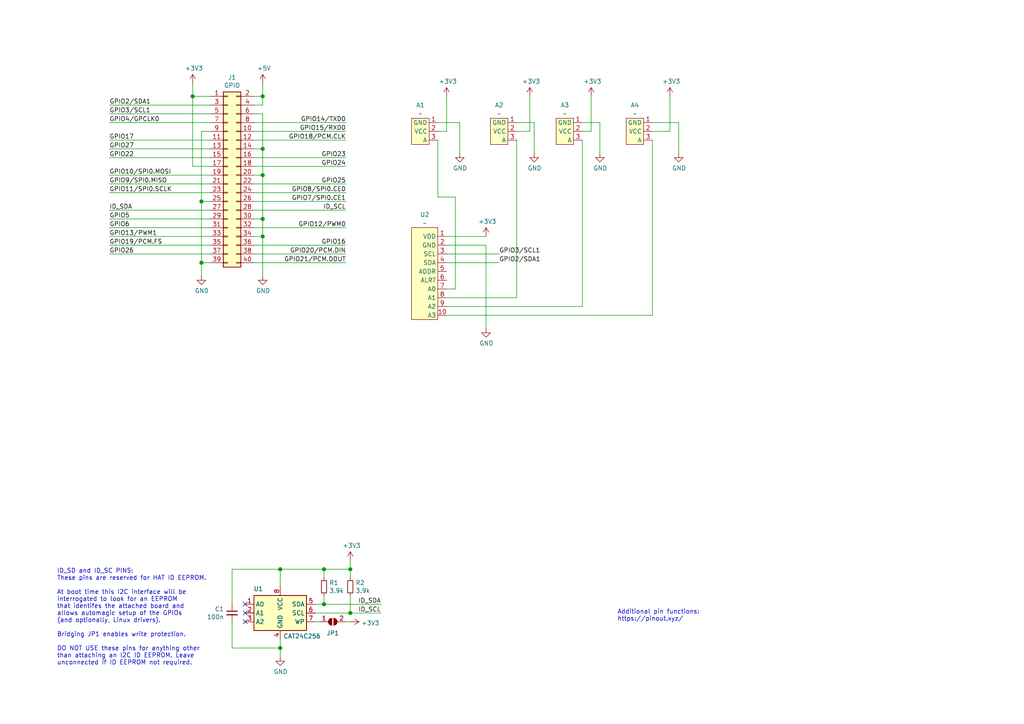
<source format=kicad_sch>
(kicad_sch (version 20231120) (generator "eeschema") (generator_version "8.0")
  (paper "A4")
  (title_block (date "15 nov 2012"))
  (lib_symbols
    (symbol "+3.3V_4" (power) (pin_names (offset 0))
      (property "Value" "+3.3V" (at 0 3.556 0))
      (symbol "+3.3V_4_0_1"
        (polyline (pts (xy -0.762 1.27) (xy 0 2.54)))
        (polyline (pts (xy 0 0) (xy 0 2.54)))
        (polyline (pts (xy 0 2.54) (xy 0.762 1.27)))
      )
      (symbol "+3.3V_4_1_1"
        (pin power_in line (at 0 0 90) (length 0) hide (name "+3V3") (number "1"))
      )
    )
    (symbol "+3.3V_5" (power) (pin_names (offset 0))
      (property "Value" "+3.3V" (at 0 3.556 0))
      (symbol "+3.3V_5_0_1"
        (polyline (pts (xy -0.762 1.27) (xy 0 2.54)))
        (polyline (pts (xy 0 0) (xy 0 2.54)))
        (polyline (pts (xy 0 2.54) (xy 0.762 1.27)))
      )
      (symbol "+3.3V_5_1_1"
        (pin power_in line (at 0 0 90) (length 0) hide (name "+3V3") (number "1"))
      )
    )
    (symbol "+3.3V_6" (power) (pin_names (offset 0))
      (property "Value" "+3.3V" (at 0 3.556 0))
      (symbol "+3.3V_6_0_1"
        (polyline (pts (xy -0.762 1.27) (xy 0 2.54)))
        (polyline (pts (xy 0 0) (xy 0 2.54)))
        (polyline (pts (xy 0 2.54) (xy 0.762 1.27)))
      )
      (symbol "+3.3V_6_1_1"
        (pin power_in line (at 0 0 90) (length 0) hide (name "+3V3") (number "1"))
      )
    )
    (symbol "Connector_Generic:Conn_02x20_Odd_Even" (pin_names (offset 1.016) hide)
      (property "Reference" "J" (at 1.27 25.4 0))
      (property "Value" "Conn_02x20_Odd_Even" (at 1.27 -27.94 0))
      (symbol "Conn_02x20_Odd_Even_1_1"
        (rectangle (start -1.27 -25.273) (end 0 -25.527) (stroke (width 0.1524)))
        (rectangle (start -1.27 -22.733) (end 0 -22.987) (stroke (width 0.1524)))
        (rectangle (start -1.27 -20.193) (end 0 -20.447) (stroke (width 0.1524)))
        (rectangle (start -1.27 -17.653) (end 0 -17.907) (stroke (width 0.1524)))
        (rectangle (start -1.27 -15.113) (end 0 -15.367) (stroke (width 0.1524)))
        (rectangle (start -1.27 -12.573) (end 0 -12.827) (stroke (width 0.1524)))
        (rectangle (start -1.27 -10.033) (end 0 -10.287) (stroke (width 0.1524)))
        (rectangle (start -1.27 -7.493) (end 0 -7.747) (stroke (width 0.1524)))
        (rectangle (start -1.27 -4.953) (end 0 -5.207) (stroke (width 0.1524)))
        (rectangle (start -1.27 -2.413) (end 0 -2.667) (stroke (width 0.1524)))
        (rectangle (start -1.27 0.127) (end 0 -0.127) (stroke (width 0.1524)))
        (rectangle (start -1.27 2.667) (end 0 2.413) (stroke (width 0.1524)))
        (rectangle (start -1.27 5.207) (end 0 4.953) (stroke (width 0.1524)))
        (rectangle (start -1.27 7.747) (end 0 7.493) (stroke (width 0.1524)))
        (rectangle (start -1.27 10.287) (end 0 10.033) (stroke (width 0.1524)))
        (rectangle (start -1.27 12.827) (end 0 12.573) (stroke (width 0.1524)))
        (rectangle (start -1.27 15.367) (end 0 15.113) (stroke (width 0.1524)))
        (rectangle (start -1.27 17.907) (end 0 17.653) (stroke (width 0.1524)))
        (rectangle (start -1.27 20.447) (end 0 20.193) (stroke (width 0.1524)))
        (rectangle (start -1.27 22.987) (end 0 22.733) (stroke (width 0.1524)))
        (rectangle (start -1.27 24.13) (end 3.81 -26.67) (stroke (width 0.254)) (fill (type background)))
        (rectangle (start 3.81 -25.273) (end 2.54 -25.527) (stroke (width 0.1524)))
        (rectangle (start 3.81 -22.733) (end 2.54 -22.987) (stroke (width 0.1524)))
        (rectangle (start 3.81 -20.193) (end 2.54 -20.447) (stroke (width 0.1524)))
        (rectangle (start 3.81 -17.653) (end 2.54 -17.907) (stroke (width 0.1524)))
        (rectangle (start 3.81 -15.113) (end 2.54 -15.367) (stroke (width 0.1524)))
        (rectangle (start 3.81 -12.573) (end 2.54 -12.827) (stroke (width 0.1524)))
        (rectangle (start 3.81 -10.033) (end 2.54 -10.287) (stroke (width 0.1524)))
        (rectangle (start 3.81 -7.493) (end 2.54 -7.747) (stroke (width 0.1524)))
        (rectangle (start 3.81 -4.953) (end 2.54 -5.207) (stroke (width 0.1524)))
        (rectangle (start 3.81 -2.413) (end 2.54 -2.667) (stroke (width 0.1524)))
        (rectangle (start 3.81 0.127) (end 2.54 -0.127) (stroke (width 0.1524)))
        (rectangle (start 3.81 2.667) (end 2.54 2.413) (stroke (width 0.1524)))
        (rectangle (start 3.81 5.207) (end 2.54 4.953) (stroke (width 0.1524)))
        (rectangle (start 3.81 7.747) (end 2.54 7.493) (stroke (width 0.1524)))
        (rectangle (start 3.81 10.287) (end 2.54 10.033) (stroke (width 0.1524)))
        (rectangle (start 3.81 12.827) (end 2.54 12.573) (stroke (width 0.1524)))
        (rectangle (start 3.81 15.367) (end 2.54 15.113) (stroke (width 0.1524)))
        (rectangle (start 3.81 17.907) (end 2.54 17.653) (stroke (width 0.1524)))
        (rectangle (start 3.81 20.447) (end 2.54 20.193) (stroke (width 0.1524)))
        (rectangle (start 3.81 22.987) (end 2.54 22.733) (stroke (width 0.1524)))
        (pin passive line (at -5.08 22.86 0) (length 3.81) (name "Pin_1") (number "1"))
        (pin passive line (at 7.62 12.7 180) (length 3.81) (name "Pin_10") (number "10"))
        (pin passive line (at -5.08 10.16 0) (length 3.81) (name "Pin_11") (number "11"))
        (pin passive line (at 7.62 10.16 180) (length 3.81) (name "Pin_12") (number "12"))
        (pin passive line (at -5.08 7.62 0) (length 3.81) (name "Pin_13") (number "13"))
        (pin passive line (at 7.62 7.62 180) (length 3.81) (name "Pin_14") (number "14"))
        (pin passive line (at -5.08 5.08 0) (length 3.81) (name "Pin_15") (number "15"))
        (pin passive line (at 7.62 5.08 180) (length 3.81) (name "Pin_16") (number "16"))
        (pin passive line (at -5.08 2.54 0) (length 3.81) (name "Pin_17") (number "17"))
        (pin passive line (at 7.62 2.54 180) (length 3.81) (name "Pin_18") (number "18"))
        (pin passive line (at -5.08 0 0) (length 3.81) (name "Pin_19") (number "19"))
        (pin passive line (at 7.62 22.86 180) (length 3.81) (name "Pin_2") (number "2"))
        (pin passive line (at 7.62 0 180) (length 3.81) (name "Pin_20") (number "20"))
        (pin passive line (at -5.08 -2.54 0) (length 3.81) (name "Pin_21") (number "21"))
        (pin passive line (at 7.62 -2.54 180) (length 3.81) (name "Pin_22") (number "22"))
        (pin passive line (at -5.08 -5.08 0) (length 3.81) (name "Pin_23") (number "23"))
        (pin passive line (at 7.62 -5.08 180) (length 3.81) (name "Pin_24") (number "24"))
        (pin passive line (at -5.08 -7.62 0) (length 3.81) (name "Pin_25") (number "25"))
        (pin passive line (at 7.62 -7.62 180) (length 3.81) (name "Pin_26") (number "26"))
        (pin passive line (at -5.08 -10.16 0) (length 3.81) (name "Pin_27") (number "27"))
        (pin passive line (at 7.62 -10.16 180) (length 3.81) (name "Pin_28") (number "28"))
        (pin passive line (at -5.08 -12.7 0) (length 3.81) (name "Pin_29") (number "29"))
        (pin passive line (at -5.08 20.32 0) (length 3.81) (name "Pin_3") (number "3"))
        (pin passive line (at 7.62 -12.7 180) (length 3.81) (name "Pin_30") (number "30"))
        (pin passive line (at -5.08 -15.24 0) (length 3.81) (name "Pin_31") (number "31"))
        (pin passive line (at 7.62 -15.24 180) (length 3.81) (name "Pin_32") (number "32"))
        (pin passive line (at -5.08 -17.78 0) (length 3.81) (name "Pin_33") (number "33"))
        (pin passive line (at 7.62 -17.78 180) (length 3.81) (name "Pin_34") (number "34"))
        (pin passive line (at -5.08 -20.32 0) (length 3.81) (name "Pin_35") (number "35"))
        (pin passive line (at 7.62 -20.32 180) (length 3.81) (name "Pin_36") (number "36"))
        (pin passive line (at -5.08 -22.86 0) (length 3.81) (name "Pin_37") (number "37"))
        (pin passive line (at 7.62 -22.86 180) (length 3.81) (name "Pin_38") (number "38"))
        (pin passive line (at -5.08 -25.4 0) (length 3.81) (name "Pin_39") (number "39"))
        (pin passive line (at 7.62 20.32 180) (length 3.81) (name "Pin_4") (number "4"))
        (pin passive line (at 7.62 -25.4 180) (length 3.81) (name "Pin_40") (number "40"))
        (pin passive line (at -5.08 17.78 0) (length 3.81) (name "Pin_5") (number "5"))
        (pin passive line (at 7.62 17.78 180) (length 3.81) (name "Pin_6") (number "6"))
        (pin passive line (at -5.08 15.24 0) (length 3.81) (name "Pin_7") (number "7"))
        (pin passive line (at 7.62 15.24 180) (length 3.81) (name "Pin_8") (number "8"))
        (pin passive line (at -5.08 12.7 0) (length 3.81) (name "Pin_9") (number "9"))
      )
    )
    (symbol "Device:C_Small" (pin_numbers hide) (pin_names (offset 0.254) hide)
      (property "Reference" "C" (at 0.254 1.778 0))
      (property "Value" "C_Small" (at 0.254 -2.032 0))
      (symbol "C_Small_0_1"
        (polyline (pts (xy -1.524 -0.508) (xy 1.524 -0.508)) (stroke (width 0.3302)))
        (polyline (pts (xy -1.524 0.508) (xy 1.524 0.508)) (stroke (width 0.3048)))
      )
      (symbol "C_Small_1_1"
        (pin passive line (at 0 2.54 270) (length 2.032) (name "~") (number "1"))
        (pin passive line (at 0 -2.54 90) (length 2.032) (name "~") (number "2"))
      )
    )
    (symbol "Device:R_Small" (pin_numbers hide) (pin_names (offset 0.254) hide)
      (property "Reference" "R" (at 0.762 0.508 0))
      (property "Value" "R_Small" (at 0.762 -1.016 0))
      (symbol "R_Small_0_1"
        (rectangle (start -0.762 1.778) (end 0.762 -1.778) (stroke (width 0.2032)))
      )
      (symbol "R_Small_1_1"
        (pin passive line (at 0 2.54 270) (length 0.762) (name "~") (number "1"))
        (pin passive line (at 0 -2.54 90) (length 0.762) (name "~") (number "2"))
      )
    )
    (symbol "GND_2" (power) (pin_names (offset 0))
      (property "Value" "GND" (at 0 -3.81 0))
      (symbol "GND_2_0_1"
        (polyline (pts (xy 0 0) (xy 0 -1.27) (xy 1.27 -1.27) (xy 0 -2.54) (xy -1.27 -1.27) (xy 0 -1.27)))
      )
      (symbol "GND_2_1_1"
        (pin power_in line (at 0 0 270) (length 0) hide (name "GND") (number "1"))
      )
    )
    (symbol "GND_3" (power) (pin_names (offset 0))
      (property "Value" "GND" (at 0 -3.81 0))
      (symbol "GND_3_0_1"
        (polyline (pts (xy 0 0) (xy 0 -1.27) (xy 1.27 -1.27) (xy 0 -2.54) (xy -1.27 -1.27) (xy 0 -1.27)))
      )
      (symbol "GND_3_1_1"
        (pin power_in line (at 0 0 270) (length 0) hide (name "GND") (number "1"))
      )
    )
    (symbol "GND_4" (power) (pin_names (offset 0))
      (property "Value" "GND" (at 0 -3.81 0))
      (symbol "GND_4_0_1"
        (polyline (pts (xy 0 0) (xy 0 -1.27) (xy 1.27 -1.27) (xy 0 -2.54) (xy -1.27 -1.27) (xy 0 -1.27)))
      )
      (symbol "GND_4_1_1"
        (pin power_in line (at 0 0 270) (length 0) hide (name "GND") (number "1"))
      )
    )
    (symbol "GND_7" (power) (pin_names (offset 0))
      (property "Value" "GND" (at 0 -3.81 0))
      (symbol "GND_7_0_1"
        (polyline (pts (xy 0 0) (xy 0 -1.27) (xy 1.27 -1.27) (xy 0 -2.54) (xy -1.27 -1.27) (xy 0 -1.27)))
      )
      (symbol "GND_7_1_1"
        (pin power_in line (at 0 0 270) (length 0) hide (name "GND") (number "1"))
      )
    )
    (symbol "Jumper:SolderJumper_2_Open" (pin_names (offset 0) hide)
      (property "Reference" "JP" (at 0 2.032 0))
      (property "Value" "SolderJumper_2_Open" (at 0 -2.54 0))
      (symbol "SolderJumper_2_Open_0_1"
        (arc (start -0.254 1.016) (mid -1.2656 0) (end -0.254 -1.016))
        (arc (start -0.254 1.016) (mid -1.2656 0) (end -0.254 -1.016) (fill (type outline)))
        (polyline (pts (xy -0.254 1.016) (xy -0.254 -1.016)))
        (polyline (pts (xy 0.254 1.016) (xy 0.254 -1.016)))
        (arc (start 0.254 -1.016) (mid 1.2656 0) (end 0.254 1.016))
        (arc (start 0.254 -1.016) (mid 1.2656 0) (end 0.254 1.016) (fill (type outline)))
      )
      (symbol "SolderJumper_2_Open_1_1"
        (pin passive line (at -3.81 0 0) (length 2.54) (name "A") (number "1"))
        (pin passive line (at 3.81 0 180) (length 2.54) (name "B") (number "2"))
      )
    )
    (symbol "Memory_EEPROM:CAT24C256"
      (property "Reference" "U" (at -6.35 6.35 0))
      (property "Value" "CAT24C256" (at 1.27 6.35 0))
      (symbol "CAT24C256_1_1"
        (rectangle (start -7.62 5.08) (end 7.62 -5.08) (stroke (width 0.254)) (fill (type background)))
        (pin input line (at -10.16 2.54 0) (length 2.54) (name "A0") (number "1"))
        (pin input line (at -10.16 0 0) (length 2.54) (name "A1") (number "2"))
        (pin input line (at -10.16 -2.54 0) (length 2.54) (name "A2") (number "3"))
        (pin power_in line (at 0 -7.62 90) (length 2.54) (name "GND") (number "4"))
        (pin bidirectional line (at 10.16 2.54 180) (length 2.54) (name "SDA") (number "5"))
        (pin input line (at 10.16 0 180) (length 2.54) (name "SCL") (number "6"))
        (pin input line (at 10.16 -2.54 180) (length 2.54) (name "WP") (number "7"))
        (pin power_in line (at 0 7.62 270) (length 2.54) (name "VCC") (number "8"))
      )
    )
    (symbol "New_Library:ADS1115"
      (property "Reference" "U?" (at 3.81 28.194 0))
      (symbol "ADS1115_0_1"
        (rectangle (start 0 26.67) (end 7.62 0) (fill (type background)))
      )
      (symbol "ADS1115_1_1"
        (pin power_in line (at 10.16 24.13 180) (length 2.54) (name "VDD") (number "1"))
        (pin input line (at 10.16 1.27 180) (length 2.54) (name "A3") (number "10"))
        (pin power_in line (at 10.16 21.59 180) (length 2.54) (name "GND") (number "2"))
        (pin bidirectional line (at 10.16 19.05 180) (length 2.54) (name "SCL") (number "3"))
        (pin bidirectional line (at 10.16 16.51 180) (length 2.54) (name "SDA") (number "4"))
        (pin input line (at 10.16 13.97 180) (length 2.54) (name "ADDR") (number "5"))
        (pin open_collector line (at 10.16 11.43 180) (length 2.54) (name "ALRT") (number "6"))
        (pin input line (at 10.16 8.89 180) (length 2.54) (name "A0") (number "7"))
        (pin input line (at 10.16 6.35 180) (length 2.54) (name "A1") (number "8"))
        (pin input line (at 10.16 3.81 180) (length 2.54) (name "A2") (number "9"))
      )
    )
    (symbol "New_Library:Analog_Pins"
      (property "Reference" "A?" (at 2.54 8.636 0))
      (symbol "Analog_Pins_1_1"
        (rectangle (start 0 7.62) (end 5.08 0) (fill (type background)))
        (pin power_in line (at 7.62 6.35 180) (length 2.54) (name "GND") (number "1"))
        (pin power_in line (at 7.62 3.81 180) (length 2.54) (name "VCC") (number "2"))
        (pin output line (at 7.62 1.27 180) (length 2.54) (name "A") (number "3"))
      )
    )
    (symbol "power:+5V" (power) (pin_names (offset 0))
      (property "Value" "+5V" (at 0 3.556 0))
      (symbol "+5V_0_1"
        (polyline (pts (xy -0.762 1.27) (xy 0 2.54)))
        (polyline (pts (xy 0 0) (xy 0 2.54)))
        (polyline (pts (xy 0 2.54) (xy 0.762 1.27)))
      )
      (symbol "+5V_1_1"
        (pin power_in line (at 0 0 90) (length 0) hide (name "+5V") (number "1"))
      )
    )
  )
  (junction (at 93.98 175.26) (diameter 1.016))
  (junction (at 76.2 27.94) (diameter 1.016))
  (junction (at 81.28 187.96) (diameter 1.016))
  (junction (at 76.2 43.18) (diameter 1.016))
  (junction (at 81.28 165.1) (diameter 1.016))
  (junction (at 101.6 165.1) (diameter 1.016))
  (junction (at 58.42 76.2) (diameter 1.016))
  (junction (at 58.42 58.42) (diameter 1.016))
  (junction (at 76.2 68.58) (diameter 1.016))
  (junction (at 76.2 63.5) (diameter 1.016))
  (junction (at 76.2 50.8) (diameter 1.016))
  (junction (at 101.6 177.8) (diameter 1.016))
  (junction (at 55.88 27.94) (diameter 1.016))
  (junction (at 93.98 165.1) (diameter 1.016))
  (no_connect (at 71.12 175.26))
  (no_connect (at 71.12 177.8))
  (no_connect (at 71.12 180.34))
  (wire (pts (xy 58.42 58.42) (xy 58.42 76.2)))
  (wire (pts (xy 73.66 58.42) (xy 100.33 58.42)))
  (wire (pts (xy 60.96 40.64) (xy 31.75 40.64)))
  (wire (pts (xy 81.28 165.1) (xy 93.98 165.1)))
  (wire (pts (xy 101.6 165.1) (xy 93.98 165.1)))
  (wire (pts (xy 101.6 167.64) (xy 101.6 165.1)))
  (wire (pts (xy 189.23 38.1) (xy 194.31 38.1)))
  (wire (pts (xy 129.54 88.9) (xy 168.91 88.9)))
  (wire (pts (xy 76.2 33.02) (xy 76.2 43.18)))
  (wire (pts (xy 76.2 50.8) (xy 73.66 50.8)))
  (wire (pts (xy 149.86 35.56) (xy 154.94 35.56)))
  (wire (pts (xy 76.2 63.5) (xy 76.2 68.58)))
  (wire (pts (xy 154.94 35.56) (xy 154.94 44.45)))
  (wire (pts (xy 168.91 35.56) (xy 173.99 35.56)))
  (wire (pts (xy 76.2 50.8) (xy 76.2 63.5)))
  (wire (pts (xy 73.66 35.56) (xy 100.33 35.56)))
  (wire (pts (xy 58.42 38.1) (xy 58.42 58.42)))
  (wire (pts (xy 91.44 175.26) (xy 93.98 175.26)))
  (wire (pts (xy 93.98 175.26) (xy 110.49 175.26)))
  (wire (pts (xy 58.42 38.1) (xy 60.96 38.1)))
  (wire (pts (xy 91.44 180.34) (xy 92.71 180.34)))
  (wire (pts (xy 100.33 180.34) (xy 101.6 180.34)))
  (wire (pts (xy 196.85 35.56) (xy 196.85 44.45)))
  (wire (pts (xy 73.66 55.88) (xy 100.33 55.88)))
  (wire (pts (xy 60.96 60.96) (xy 31.75 60.96)))
  (wire (pts (xy 132.08 57.15) (xy 132.08 83.82)))
  (wire (pts (xy 31.75 63.5) (xy 60.96 63.5)))
  (wire (pts (xy 58.42 58.42) (xy 60.96 58.42)))
  (wire (pts (xy 101.6 162.56) (xy 101.6 165.1)))
  (wire (pts (xy 73.66 45.72) (xy 100.33 45.72)))
  (wire (pts (xy 81.28 165.1) (xy 81.28 170.18)))
  (wire (pts (xy 140.97 71.12) (xy 140.97 95.25)))
  (wire (pts (xy 73.66 76.2) (xy 100.33 76.2)))
  (wire (pts (xy 58.42 76.2) (xy 58.42 80.01)))
  (wire (pts (xy 31.75 43.18) (xy 60.96 43.18)))
  (wire (pts (xy 101.6 172.72) (xy 101.6 177.8)))
  (wire (pts (xy 55.88 24.13) (xy 55.88 27.94)))
  (wire (pts (xy 129.54 73.66) (xy 144.78 73.66)))
  (wire (pts (xy 76.2 68.58) (xy 73.66 68.58)))
  (wire (pts (xy 31.75 33.02) (xy 60.96 33.02)))
  (wire (pts (xy 31.75 55.88) (xy 60.96 55.88)))
  (wire (pts (xy 55.88 48.26) (xy 60.96 48.26)))
  (wire (pts (xy 127 35.56) (xy 133.35 35.56)))
  (wire (pts (xy 189.23 40.64) (xy 189.23 91.44)))
  (wire (pts (xy 60.96 30.48) (xy 31.75 30.48)))
  (wire (pts (xy 76.2 27.94) (xy 76.2 30.48)))
  (wire (pts (xy 76.2 43.18) (xy 76.2 50.8)))
  (wire (pts (xy 73.66 40.64) (xy 100.33 40.64)))
  (wire (pts (xy 76.2 43.18) (xy 73.66 43.18)))
  (wire (pts (xy 76.2 24.13) (xy 76.2 27.94)))
  (wire (pts (xy 31.75 35.56) (xy 60.96 35.56)))
  (wire (pts (xy 93.98 165.1) (xy 93.98 167.64)))
  (wire (pts (xy 76.2 27.94) (xy 73.66 27.94)))
  (wire (pts (xy 55.88 27.94) (xy 55.88 48.26)))
  (wire (pts (xy 73.66 48.26) (xy 100.33 48.26)))
  (wire (pts (xy 73.66 38.1) (xy 100.33 38.1)))
  (wire (pts (xy 93.98 172.72) (xy 93.98 175.26)))
  (wire (pts (xy 91.44 177.8) (xy 101.6 177.8)))
  (wire (pts (xy 101.6 177.8) (xy 110.49 177.8)))
  (wire (pts (xy 189.23 35.56) (xy 196.85 35.56)))
  (wire (pts (xy 31.75 45.72) (xy 60.96 45.72)))
  (wire (pts (xy 149.86 40.64) (xy 149.86 86.36)))
  (wire (pts (xy 31.75 53.34) (xy 60.96 53.34)))
  (wire (pts (xy 173.99 35.56) (xy 173.99 44.45)))
  (wire (pts (xy 127 40.64) (xy 127 57.15)))
  (wire (pts (xy 168.91 38.1) (xy 171.45 38.1)))
  (wire (pts (xy 189.23 91.44) (xy 129.54 91.44)))
  (wire (pts (xy 31.75 66.04) (xy 60.96 66.04)))
  (wire (pts (xy 129.54 38.1) (xy 129.54 27.94)))
  (wire (pts (xy 76.2 30.48) (xy 73.66 30.48)))
  (wire (pts (xy 153.67 38.1) (xy 153.67 27.94)))
  (wire (pts (xy 31.75 71.12) (xy 60.96 71.12)))
  (wire (pts (xy 168.91 40.64) (xy 168.91 88.9)))
  (wire (pts (xy 73.66 71.12) (xy 100.33 71.12)))
  (wire (pts (xy 129.54 68.58) (xy 140.97 68.58)))
  (wire (pts (xy 73.66 66.04) (xy 100.33 66.04)))
  (wire (pts (xy 58.42 76.2) (xy 60.96 76.2)))
  (wire (pts (xy 73.66 73.66) (xy 100.33 73.66)))
  (wire (pts (xy 129.54 76.2) (xy 144.78 76.2)))
  (wire (pts (xy 132.08 83.82) (xy 129.54 83.82)))
  (wire (pts (xy 76.2 33.02) (xy 73.66 33.02)))
  (wire (pts (xy 31.75 73.66) (xy 60.96 73.66)))
  (wire (pts (xy 194.31 38.1) (xy 194.31 27.94)))
  (wire (pts (xy 133.35 35.56) (xy 133.35 44.45)))
  (wire (pts (xy 127 57.15) (xy 132.08 57.15)))
  (wire (pts (xy 127 38.1) (xy 129.54 38.1)))
  (wire (pts (xy 67.31 165.1) (xy 67.31 175.26)))
  (wire (pts (xy 67.31 180.34) (xy 67.31 187.96)))
  (wire (pts (xy 67.31 187.96) (xy 81.28 187.96)))
  (wire (pts (xy 81.28 165.1) (xy 67.31 165.1)))
  (wire (pts (xy 81.28 185.42) (xy 81.28 187.96)))
  (wire (pts (xy 81.28 187.96) (xy 81.28 190.5)))
  (wire (pts (xy 149.86 38.1) (xy 153.67 38.1)))
  (wire (pts (xy 76.2 68.58) (xy 76.2 80.01)))
  (wire (pts (xy 73.66 53.34) (xy 100.33 53.34)))
  (wire (pts (xy 60.96 68.58) (xy 31.75 68.58)))
  (wire (pts (xy 171.45 38.1) (xy 171.45 27.94)))
  (wire (pts (xy 129.54 86.36) (xy 149.86 86.36)))
  (wire (pts (xy 76.2 63.5) (xy 73.66 63.5)))
  (wire (pts (xy 55.88 27.94) (xy 60.96 27.94)))
  (wire (pts (xy 129.54 71.12) (xy 140.97 71.12)))
  (wire (pts (xy 60.96 50.8) (xy 31.75 50.8)))
  (wire (pts (xy 73.66 60.96) (xy 100.33 60.96)))
  (text "Additional pin functions:\nhttps://pinout.xyz/" (at 179.07 180.34 0) (effects (font (size 1.27 1.27)) (justify left bottom)))
  (text "ID_SD and ID_SC PINS:\nThese pins are reserved for HAT ID EEPROM.\n\nAt boot time this I2C interface will be\ninterrogated to look for an EEPROM\nthat identifes the attached board and\nallows automagic setup of the GPIOs\n(and optionally, Linux drivers).\n\nBridging JP1 enables write protection.\n\nDO NOT USE these pins for anything other\nthan attaching an I2C ID EEPROM. Leave\nunconnected if ID EEPROM not required." (at 16.51 193.04 0) (effects (font (size 1.27 1.27)) (justify left bottom)))
  (label "GPIO3{slash}SCL1" (at 144.78 73.66 0))
  (label "ID_SDA" (at 31.75 60.96 0))
  (label "GPIO6" (at 31.75 66.04 0))
  (label "ID_SDA" (at 110.49 175.26 180))
  (label "ID_SCL" (at 100.33 60.96 180))
  (label "GPIO5" (at 31.75 63.5 0))
  (label "GPIO21{slash}PCM.DOUT" (at 100.33 76.2 180))
  (label "GPIO19{slash}PCM.FS" (at 31.75 71.12 0))
  (label "GPIO10{slash}SPI0.MOSI" (at 31.75 50.8 0))
  (label "GPIO9{slash}SPI0.MISO" (at 31.75 53.34 0))
  (label "GPIO23" (at 100.33 45.72 180))
  (label "GPIO4{slash}GPCLK0" (at 31.75 35.56 0))
  (label "GPIO27" (at 31.75 43.18 0))
  (label "GPIO26" (at 31.75 73.66 0))
  (label "GPIO14{slash}TXD0" (at 100.33 35.56 180))
  (label "GPIO8{slash}SPI0.CE0" (at 100.33 55.88 180))
  (label "GPIO15{slash}RXD0" (at 100.33 38.1 180))
  (label "GPIO16" (at 100.33 71.12 180))
  (label "GPIO22" (at 31.75 45.72 0))
  (label "GPIO2{slash}SDA1" (at 31.75 30.48 0))
  (label "GPIO17" (at 31.75 40.64 0))
  (label "GPIO2{slash}SDA1" (at 144.78 76.2 0))
  (label "GPIO25" (at 100.33 53.34 180))
  (label "GPIO3{slash}SCL1" (at 31.75 33.02 0))
  (label "GPIO18{slash}PCM.CLK" (at 100.33 40.64 180))
  (label "GPIO12{slash}PWM0" (at 100.33 66.04 180))
  (label "GPIO13{slash}PWM1" (at 31.75 68.58 0))
  (label "GPIO20{slash}PCM.DIN" (at 100.33 73.66 180))
  (label "GPIO24" (at 100.33 48.26 180))
  (label "GPIO7{slash}SPI0.CE1" (at 100.33 58.42 180))
  (label "ID_SCL" (at 110.49 177.8 180))
  (label "GPIO11{slash}SPI0.SCLK" (at 31.75 55.88 0))
  (symbol (lib_id "power:+5V") (at 76.2 24.13 0) (unit 1)
    (property "Reference" "#PWR01" (effects (hide yes)))
    (property "Value" "+5V" (at 76.5683 19.8056 0))
  )
  (symbol (lib_name "+3.3V_4") (lib_id "power:+3.3V") (at 55.88 24.13 0) (unit 1)
    (property "Reference" "#PWR04" (effects (hide yes)))
    (property "Value" "+3V3" (at 56.2483 19.8056 0))
  )
  (symbol (lib_name "GND_3") (lib_id "power:GND") (at 76.2 80.01 0) (unit 1)
    (property "Reference" "#PWR02" (effects (hide yes)))
    (property "Value" "GND" (at 76.3143 84.3344 0))
  )
  (symbol (lib_name "GND_2") (lib_id "power:GND") (at 58.42 80.01 0) (unit 1)
    (property "Reference" "#PWR03" (effects (hide yes)))
    (property "Value" "GND" (at 58.5343 84.3344 0))
  )
  (symbol (lib_id "Connector_Generic:Conn_02x20_Odd_Even") (at 66.04 50.8 0) (unit 1)
    (property "Reference" "J1" (at 67.31 22.4598 0))
    (property "Value" "GPIO" (at 67.31 24.765 0))
    (property "Footprint" "Connector_PinSocket_2.54mm:PinSocket_2x20_P2.54mm_Vertical" (effects (hide yes)))
  )
  (symbol (lib_name "GND_2") (lib_id "power:GND") (at 133.35 44.45 0) (unit 1)
    (property "Reference" "#PWR09" (effects (hide yes)))
    (property "Value" "GND" (at 133.4643 48.7744 0))
  )
  (symbol (lib_name "GND_2") (lib_id "power:GND") (at 173.99 44.45 0) (unit 1)
    (property "Reference" "#PWR011" (effects (hide yes)))
    (property "Value" "GND" (at 174.1043 48.7744 0))
  )
  (symbol (lib_name "+3.3V_4") (lib_id "power:+3.3V") (at 171.45 27.94 0) (unit 1)
    (property "Reference" "#PWR07" (effects (hide yes)))
    (property "Value" "+3V3" (at 171.8183 23.6156 0))
  )
  (symbol (lib_id "New_Library:Analog_Pins") (at 119.38 41.91 0) (unit 1)
    (property "Reference" "A1" (at 121.92 30.48 0))
    (property "Value" "~" (at 121.92 33.02 0))
    (property "Footprint" "pk_inf:analog_Pins" (effects (hide yes)))
  )
  (symbol (lib_id "Device:C_Small") (at 67.31 177.8 0) (unit 1)
    (property "Reference" "C1" (at 64.9858 176.6506 0) (effects (justify right)))
    (property "Value" "100n" (at 64.9858 178.9493 0) (effects (justify right)))
  )
  (symbol (lib_id "Device:R_Small") (at 93.98 170.18 0) (unit 1)
    (property "Reference" "R1" (at 95.4786 169.037 0) (effects (justify left)))
    (property "Value" "3.9k" (at 95.4787 171.3293 0) (effects (justify left)))
  )
  (symbol (lib_name "+3.3V_4") (lib_id "power:+3.3V") (at 194.31 27.94 0) (unit 1)
    (property "Reference" "#PWR08" (effects (hide yes)))
    (property "Value" "+3V3" (at 194.6783 23.6156 0))
  )
  (symbol (lib_name "GND_7") (lib_id "power:GND") (at 140.97 95.25 0) (unit 1)
    (property "Reference" "#PWR014" (effects (hide yes)))
    (property "Value" "GND" (at 141.0843 99.5744 0))
  )
  (symbol (lib_id "Jumper:SolderJumper_2_Open") (at 96.52 180.34 0) (unit 1)
    (property "Reference" "JP1" (at 96.52 183.623 0))
    (property "Value" "ID_WP" (effects (hide yes)))
  )
  (symbol (lib_id "Device:R_Small") (at 101.6 170.18 0) (unit 1)
    (property "Reference" "R2" (at 103.0986 169.037 0) (effects (justify left)))
    (property "Value" "3.9k" (at 103.0987 171.3293 0) (effects (justify left)))
  )
  (symbol (lib_name "+3.3V_5") (lib_id "power:+3.3V") (at 101.6 162.56 0) (unit 1)
    (property "Reference" "#PWR0101" (effects (hide yes)))
    (property "Value" "+3V3" (at 101.9683 158.2356 0))
  )
  (symbol (lib_name "+3.3V_4") (lib_id "power:+3.3V") (at 153.67 27.94 0) (unit 1)
    (property "Reference" "#PWR06" (effects (hide yes)))
    (property "Value" "+3V3" (at 154.0383 23.6156 0))
  )
  (symbol (lib_name "+3.3V_4") (lib_id "power:+3.3V") (at 129.54 27.94 0) (unit 1)
    (property "Reference" "#PWR05" (effects (hide yes)))
    (property "Value" "+3V3" (at 129.9083 23.6156 0))
  )
  (symbol (lib_id "Memory_EEPROM:CAT24C256") (at 81.28 177.8 0) (unit 1)
    (property "Reference" "U1" (at 74.93 170.7958 0))
    (property "Value" "CAT24C256" (at 87.63 184.5245 0))
    (property "Datasheet" "https://www.onsemi.cn/PowerSolutions/document/CAT24C256-D.PDF" (effects (hide yes)))
  )
  (symbol (lib_name "+3.3V_4") (lib_id "power:+3.3V") (at 140.97 68.58 0) (unit 1)
    (property "Reference" "#PWR013" (effects (hide yes)))
    (property "Value" "+3V3" (at 141.3383 64.2556 0))
  )
  (symbol (lib_id "New_Library:Analog_Pins") (at 161.29 41.91 0) (unit 1)
    (property "Reference" "A3" (at 163.83 30.48 0))
    (property "Value" "~" (at 163.83 33.02 0))
    (property "Footprint" "pk_inf:analog_Pins" (effects (hide yes)))
  )
  (symbol (lib_id "New_Library:Analog_Pins") (at 181.61 41.91 0) (unit 1)
    (property "Reference" "A4" (at 184.15 30.48 0))
    (property "Value" "~" (at 184.15 33.02 0))
    (property "Footprint" "pk_inf:analog_Pins" (effects (hide yes)))
  )
  (symbol (lib_name "GND_4") (lib_id "power:GND") (at 81.28 190.5 0) (unit 1)
    (property "Reference" "#PWR0102" (effects (hide yes)))
    (property "Value" "GND" (at 81.3943 194.8244 0))
  )
  (symbol (lib_name "GND_2") (lib_id "power:GND") (at 196.85 44.45 0) (unit 1)
    (property "Reference" "#PWR012" (effects (hide yes)))
    (property "Value" "GND" (at 196.9643 48.7744 0))
  )
  (symbol (lib_id "New_Library:ADS1115") (at 119.38 92.71 0) (unit 1)
    (property "Reference" "U2" (at 123.19 62.23 0))
    (property "Value" "~" (at 123.19 64.77 0))
    (property "Footprint" "pk_inf:ADS1115" (effects (hide yes)))
  )
  (symbol (lib_name "GND_2") (lib_id "power:GND") (at 154.94 44.45 0) (unit 1)
    (property "Reference" "#PWR010" (effects (hide yes)))
    (property "Value" "GND" (at 155.0543 48.7744 0))
  )
  (symbol (lib_id "New_Library:Analog_Pins") (at 142.24 41.91 0) (unit 1)
    (property "Reference" "A2" (at 144.78 30.48 0))
    (property "Value" "~" (at 144.78 33.02 0))
    (property "Footprint" "pk_inf:analog_Pins" (effects (hide yes)))
  )
  (symbol (lib_name "+3.3V_6") (lib_id "power:+3.3V") (at 101.6 180.34 270) (unit 1)
    (property "Reference" "#PWR0103" (effects (hide yes)))
    (property "Value" "+3V3" (at 104.7751 180.7083 90) (effects (justify left)))
  )
)
</source>
